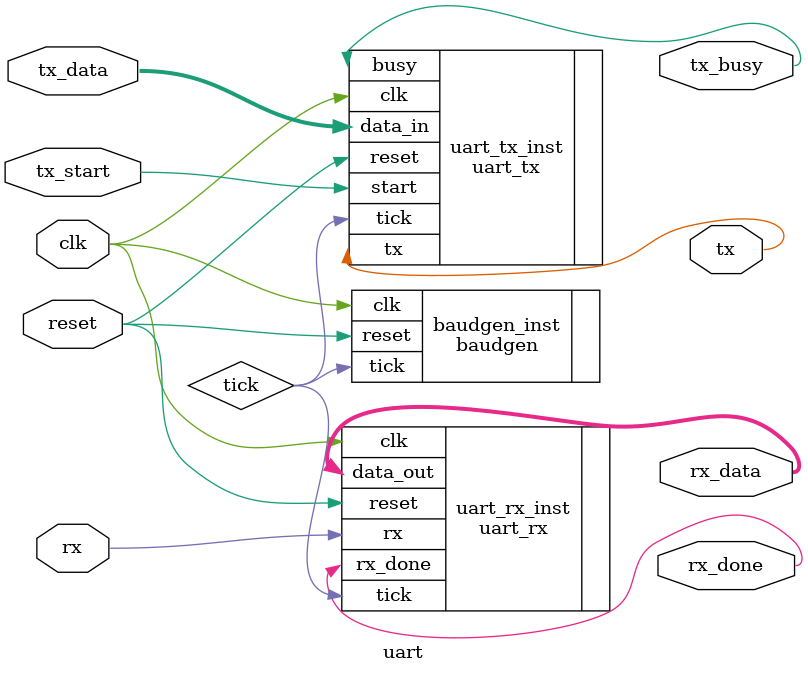
<source format=v>
/*

UART Top Module

1. Baud rate generator: Generates a tick signal at the desired baud rate.
2. UART Transmitter: Transmits data serially using the tick signal. 
3. UART Receiver: Receives data serially and stores it in a register.

*/


module uart(
    input clk,
    input reset,
    input tx_start,
    input [7:0] tx_data,
    input rx,
    output tx,
    output [7:0] rx_data,
    output rx_done,
    output tx_busy
);

    wire tick;

    baudgen #(.CLK_FREQ(50000000), .BAUD_RATE(9600)) baudgen_inst (
        .clk(clk),
        .reset(reset),
        .tick(tick)
    );

    uart_tx uart_tx_inst (
        .clk(clk),
        .reset(reset),
        .start(tx_start),
        .tick(tick),
        .data_in(tx_data),
        .tx(tx),
        .busy(tx_busy)
    );

    uart_rx uart_rx_inst (
        .clk(clk),
        .reset(reset),
        .rx(rx),
        .tick(tick),
        .data_out(rx_data),
        .rx_done(rx_done)
    );
endmodule



</source>
